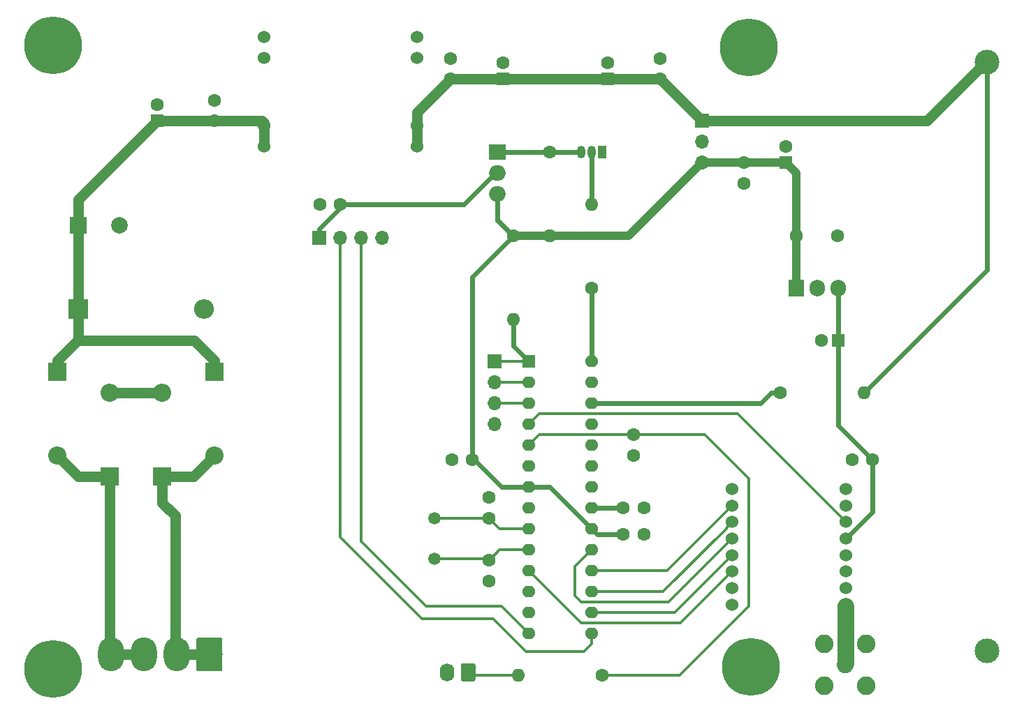
<source format=gbr>
G04 #@! TF.GenerationSoftware,KiCad,Pcbnew,(5.1.2)-1*
G04 #@! TF.CreationDate,2020-02-07T16:14:24+02:00*
G04 #@! TF.ProjectId,PCB,5043422e-6b69-4636-9164-5f7063625858,rev?*
G04 #@! TF.SameCoordinates,Original*
G04 #@! TF.FileFunction,Copper,L1,Top*
G04 #@! TF.FilePolarity,Positive*
%FSLAX46Y46*%
G04 Gerber Fmt 4.6, Leading zero omitted, Abs format (unit mm)*
G04 Created by KiCad (PCBNEW (5.1.2)-1) date 2020-02-07 16:14:24*
%MOMM*%
%LPD*%
G04 APERTURE LIST*
%ADD10C,1.600000*%
%ADD11C,1.524000*%
%ADD12C,0.800000*%
%ADD13C,7.000000*%
%ADD14C,3.000000*%
%ADD15C,0.100000*%
%ADD16C,3.160000*%
%ADD17O,3.160000X4.100000*%
%ADD18R,1.905000X2.000000*%
%ADD19O,1.905000X2.000000*%
%ADD20R,2.000000X2.000000*%
%ADD21C,2.000000*%
%ADD22R,1.600000X1.600000*%
%ADD23R,2.200000X2.200000*%
%ADD24O,2.200000X2.200000*%
%ADD25R,2.400000X2.400000*%
%ADD26O,2.400000X2.400000*%
%ADD27O,1.600000X1.400000*%
%ADD28R,1.700000X1.700000*%
%ADD29O,1.700000X1.700000*%
%ADD30C,2.050000*%
%ADD31C,2.250000*%
%ADD32O,1.600000X1.600000*%
%ADD33C,1.500000*%
%ADD34O,1.050000X1.500000*%
%ADD35R,1.050000X1.500000*%
%ADD36R,2.000000X1.905000*%
%ADD37O,2.000000X1.905000*%
%ADD38C,1.740000*%
%ADD39O,1.740000X2.200000*%
%ADD40C,1.270000*%
%ADD41C,0.600000*%
%ADD42C,1.000000*%
%ADD43C,0.300000*%
%ADD44C,2.000000*%
G04 APERTURE END LIST*
D10*
X148376000Y-72898000D03*
X150876000Y-72898000D03*
D11*
X147674000Y-76454000D03*
X147674000Y-78454000D03*
X147674000Y-80454000D03*
X147674000Y-82454000D03*
X147674000Y-84454000D03*
X147674000Y-86454000D03*
X147674000Y-88454000D03*
X147674000Y-90454000D03*
X133858000Y-90454000D03*
X133858000Y-88454000D03*
X133858000Y-86454000D03*
X133858000Y-84454000D03*
X133858000Y-82454000D03*
X133858000Y-80454000D03*
X133858000Y-78454000D03*
X133858000Y-76454000D03*
D12*
X137746155Y-21003845D03*
X135890000Y-20235000D03*
X134033845Y-21003845D03*
X133265000Y-22860000D03*
X134033845Y-24716155D03*
X135890000Y-25485000D03*
X137746155Y-24716155D03*
X138515000Y-22860000D03*
D13*
X135890000Y-22860000D03*
D12*
X138000155Y-96187845D03*
X136144000Y-95419000D03*
X134287845Y-96187845D03*
X133519000Y-98044000D03*
X134287845Y-99900155D03*
X136144000Y-100669000D03*
X138000155Y-99900155D03*
X138769000Y-98044000D03*
D13*
X136144000Y-98044000D03*
D12*
X53418155Y-20749845D03*
X51562000Y-19981000D03*
X49705845Y-20749845D03*
X48937000Y-22606000D03*
X49705845Y-24462155D03*
X51562000Y-25231000D03*
X53418155Y-24462155D03*
X54187000Y-22606000D03*
D13*
X51562000Y-22606000D03*
D12*
X53418155Y-96441845D03*
X51562000Y-95673000D03*
X49705845Y-96441845D03*
X48937000Y-98298000D03*
X49705845Y-100154155D03*
X51562000Y-100923000D03*
X53418155Y-100154155D03*
X54187000Y-98298000D03*
D13*
X51562000Y-98298000D03*
D14*
X164760000Y-96060000D03*
X164760000Y-24660000D03*
D11*
X95631000Y-34844000D03*
X95631000Y-32304000D03*
X95631000Y-21544000D03*
X95631000Y-24084000D03*
X77131000Y-34844000D03*
X77131000Y-32304000D03*
X77131000Y-24084000D03*
X77131000Y-21544000D03*
D15*
G36*
X71839504Y-94471204D02*
G01*
X71863773Y-94474804D01*
X71887571Y-94480765D01*
X71910671Y-94489030D01*
X71932849Y-94499520D01*
X71953893Y-94512133D01*
X71973598Y-94526747D01*
X71991777Y-94543223D01*
X72008253Y-94561402D01*
X72022867Y-94581107D01*
X72035480Y-94602151D01*
X72045970Y-94624329D01*
X72054235Y-94647429D01*
X72060196Y-94671227D01*
X72063796Y-94695496D01*
X72065000Y-94720000D01*
X72065000Y-98320000D01*
X72063796Y-98344504D01*
X72060196Y-98368773D01*
X72054235Y-98392571D01*
X72045970Y-98415671D01*
X72035480Y-98437849D01*
X72022867Y-98458893D01*
X72008253Y-98478598D01*
X71991777Y-98496777D01*
X71973598Y-98513253D01*
X71953893Y-98527867D01*
X71932849Y-98540480D01*
X71910671Y-98550970D01*
X71887571Y-98559235D01*
X71863773Y-98565196D01*
X71839504Y-98568796D01*
X71815000Y-98570000D01*
X69155000Y-98570000D01*
X69130496Y-98568796D01*
X69106227Y-98565196D01*
X69082429Y-98559235D01*
X69059329Y-98550970D01*
X69037151Y-98540480D01*
X69016107Y-98527867D01*
X68996402Y-98513253D01*
X68978223Y-98496777D01*
X68961747Y-98478598D01*
X68947133Y-98458893D01*
X68934520Y-98437849D01*
X68924030Y-98415671D01*
X68915765Y-98392571D01*
X68909804Y-98368773D01*
X68906204Y-98344504D01*
X68905000Y-98320000D01*
X68905000Y-94720000D01*
X68906204Y-94695496D01*
X68909804Y-94671227D01*
X68915765Y-94647429D01*
X68924030Y-94624329D01*
X68934520Y-94602151D01*
X68947133Y-94581107D01*
X68961747Y-94561402D01*
X68978223Y-94543223D01*
X68996402Y-94526747D01*
X69016107Y-94512133D01*
X69037151Y-94499520D01*
X69059329Y-94489030D01*
X69082429Y-94480765D01*
X69106227Y-94474804D01*
X69130496Y-94471204D01*
X69155000Y-94470000D01*
X71815000Y-94470000D01*
X71839504Y-94471204D01*
X71839504Y-94471204D01*
G37*
D16*
X70485000Y-96520000D03*
D17*
X66525000Y-96520000D03*
X62565000Y-96520000D03*
X58605000Y-96520000D03*
D10*
X121920000Y-69850000D03*
X121920000Y-72350000D03*
D18*
X141605000Y-52070000D03*
D19*
X144145000Y-52070000D03*
X146685000Y-52070000D03*
D10*
X123150000Y-81915000D03*
X120650000Y-81915000D03*
X99862000Y-72898000D03*
X102362000Y-72898000D03*
X104394000Y-79970000D03*
X104394000Y-77470000D03*
X104394000Y-85090000D03*
X104394000Y-87590000D03*
X120650000Y-78740000D03*
X123150000Y-78740000D03*
D20*
X54610000Y-44450000D03*
D21*
X59610000Y-44450000D03*
D22*
X64135000Y-31750000D03*
D10*
X64135000Y-29750000D03*
X71120000Y-31750000D03*
X71120000Y-29250000D03*
X141605000Y-45720000D03*
X146605000Y-45720000D03*
X144685000Y-58420000D03*
D22*
X146685000Y-58420000D03*
D10*
X99695000Y-26670000D03*
X99695000Y-24170000D03*
X106045000Y-24670000D03*
D22*
X106045000Y-26670000D03*
X118745000Y-26670000D03*
D10*
X118745000Y-24670000D03*
X125095000Y-26670000D03*
X125095000Y-24170000D03*
X135255000Y-39330000D03*
X135255000Y-36830000D03*
D22*
X140335000Y-36830000D03*
D10*
X140335000Y-34830000D03*
D23*
X64770000Y-74930000D03*
D24*
X64770000Y-64770000D03*
D23*
X58420000Y-74930000D03*
D24*
X58420000Y-64770000D03*
X71120000Y-72390000D03*
D23*
X71120000Y-62230000D03*
D24*
X52070000Y-72390000D03*
D23*
X52070000Y-62230000D03*
D25*
X54610000Y-54610000D03*
D26*
X69850000Y-54610000D03*
D22*
X109220000Y-60960000D03*
D27*
X116840000Y-93980000D03*
X109220000Y-63500000D03*
X116840000Y-91440000D03*
X109220000Y-66040000D03*
X116840000Y-88900000D03*
X109220000Y-68580000D03*
X116840000Y-86360000D03*
X109220000Y-71120000D03*
X116840000Y-83820000D03*
X109220000Y-73660000D03*
X116840000Y-81280000D03*
X109220000Y-76200000D03*
X116840000Y-78740000D03*
X109220000Y-78740000D03*
X116840000Y-76200000D03*
X109220000Y-81280000D03*
X116840000Y-73660000D03*
X109220000Y-83820000D03*
X116840000Y-71120000D03*
X109220000Y-86360000D03*
X116840000Y-68580000D03*
X109220000Y-88900000D03*
X116840000Y-66040000D03*
X109220000Y-91440000D03*
X116840000Y-63500000D03*
X109220000Y-93980000D03*
X116840000Y-60960000D03*
D28*
X130175000Y-31750000D03*
D29*
X130175000Y-34290000D03*
X130175000Y-36830000D03*
D30*
X147574000Y-97790000D03*
D31*
X145034000Y-100330000D03*
X150114000Y-100330000D03*
X150114000Y-95250000D03*
X145034000Y-95250000D03*
D28*
X83820000Y-45974000D03*
D29*
X86360000Y-45974000D03*
X88900000Y-45974000D03*
X91440000Y-45974000D03*
D10*
X107315000Y-45720000D03*
D32*
X107315000Y-55880000D03*
D33*
X97790000Y-80010000D03*
X97790000Y-84890000D03*
D10*
X118110000Y-99060000D03*
D32*
X107950000Y-99060000D03*
D34*
X116840000Y-35560000D03*
X115570000Y-35560000D03*
D35*
X118110000Y-35560000D03*
D36*
X105410000Y-35560000D03*
D37*
X105410000Y-38100000D03*
X105410000Y-40640000D03*
D32*
X116840000Y-41910000D03*
D10*
X116840000Y-52070000D03*
X111760000Y-35560000D03*
D32*
X111760000Y-45720000D03*
D10*
X86360000Y-41910000D03*
X83860000Y-41910000D03*
X139700000Y-64770000D03*
D32*
X149860000Y-64770000D03*
D15*
G36*
X102498505Y-97580204D02*
G01*
X102522773Y-97583804D01*
X102546572Y-97589765D01*
X102569671Y-97598030D01*
X102591850Y-97608520D01*
X102612893Y-97621132D01*
X102632599Y-97635747D01*
X102650777Y-97652223D01*
X102667253Y-97670401D01*
X102681868Y-97690107D01*
X102694480Y-97711150D01*
X102704970Y-97733329D01*
X102713235Y-97756428D01*
X102719196Y-97780227D01*
X102722796Y-97804495D01*
X102724000Y-97828999D01*
X102724000Y-99529001D01*
X102722796Y-99553505D01*
X102719196Y-99577773D01*
X102713235Y-99601572D01*
X102704970Y-99624671D01*
X102694480Y-99646850D01*
X102681868Y-99667893D01*
X102667253Y-99687599D01*
X102650777Y-99705777D01*
X102632599Y-99722253D01*
X102612893Y-99736868D01*
X102591850Y-99749480D01*
X102569671Y-99759970D01*
X102546572Y-99768235D01*
X102522773Y-99774196D01*
X102498505Y-99777796D01*
X102474001Y-99779000D01*
X101233999Y-99779000D01*
X101209495Y-99777796D01*
X101185227Y-99774196D01*
X101161428Y-99768235D01*
X101138329Y-99759970D01*
X101116150Y-99749480D01*
X101095107Y-99736868D01*
X101075401Y-99722253D01*
X101057223Y-99705777D01*
X101040747Y-99687599D01*
X101026132Y-99667893D01*
X101013520Y-99646850D01*
X101003030Y-99624671D01*
X100994765Y-99601572D01*
X100988804Y-99577773D01*
X100985204Y-99553505D01*
X100984000Y-99529001D01*
X100984000Y-97828999D01*
X100985204Y-97804495D01*
X100988804Y-97780227D01*
X100994765Y-97756428D01*
X101003030Y-97733329D01*
X101013520Y-97711150D01*
X101026132Y-97690107D01*
X101040747Y-97670401D01*
X101057223Y-97652223D01*
X101075401Y-97635747D01*
X101095107Y-97621132D01*
X101116150Y-97608520D01*
X101138329Y-97598030D01*
X101161428Y-97589765D01*
X101185227Y-97583804D01*
X101209495Y-97580204D01*
X101233999Y-97579000D01*
X102474001Y-97579000D01*
X102498505Y-97580204D01*
X102498505Y-97580204D01*
G37*
D38*
X101854000Y-98679000D03*
D39*
X99314000Y-98679000D03*
D28*
X105029000Y-60960000D03*
D29*
X105029000Y-63500000D03*
X105029000Y-66040000D03*
X105029000Y-68580000D03*
D40*
X58420000Y-64770000D02*
X64770000Y-64770000D01*
D41*
X116840000Y-81280000D02*
X114844999Y-79284999D01*
X114844999Y-79284999D02*
X114300000Y-78740000D01*
X111760000Y-76200000D02*
X109220000Y-76200000D01*
X114300000Y-78740000D02*
X111760000Y-76200000D01*
X117475000Y-81915000D02*
X116840000Y-81280000D01*
X120650000Y-81915000D02*
X117475000Y-81915000D01*
X105410000Y-43815000D02*
X105410000Y-40640000D01*
X107315000Y-45720000D02*
X105410000Y-43815000D01*
D42*
X141605000Y-52070000D02*
X141605000Y-38100000D01*
X141605000Y-38100000D02*
X140335000Y-36830000D01*
X121285000Y-45720000D02*
X107315000Y-45720000D01*
X140335000Y-36830000D02*
X130175000Y-36830000D01*
X130175000Y-36830000D02*
X121285000Y-45720000D01*
D41*
X102362000Y-50673000D02*
X107315000Y-45720000D01*
X102362000Y-72644000D02*
X102362000Y-50673000D01*
X109220000Y-76200000D02*
X105918000Y-76200000D01*
X105918000Y-76200000D02*
X102362000Y-72644000D01*
D43*
X104394000Y-80010000D02*
X97790000Y-80010000D01*
X109220000Y-81280000D02*
X105664000Y-81280000D01*
X105664000Y-81280000D02*
X104394000Y-80010000D01*
X104594000Y-84890000D02*
X97790000Y-84890000D01*
X109220000Y-83820000D02*
X105664000Y-83820000D01*
X105664000Y-83820000D02*
X104594000Y-84890000D01*
D41*
X116840000Y-78740000D02*
X119380000Y-78740000D01*
X119380000Y-78740000D02*
X120650000Y-78740000D01*
D40*
X52070000Y-60880000D02*
X52070000Y-62230000D01*
X53260000Y-59690000D02*
X52070000Y-60880000D01*
X54610000Y-58340000D02*
X54610000Y-54610000D01*
X53260000Y-59690000D02*
X54610000Y-58340000D01*
X54530000Y-58420000D02*
X53260000Y-59690000D01*
X68660000Y-58420000D02*
X54530000Y-58420000D01*
X71120000Y-62230000D02*
X71120000Y-60880000D01*
X71120000Y-60880000D02*
X68660000Y-58420000D01*
X64135000Y-31750000D02*
X54610000Y-41275000D01*
X54610000Y-50800000D02*
X54610000Y-54610000D01*
X54610000Y-41275000D02*
X54610000Y-50800000D01*
X76877000Y-31750000D02*
X64135000Y-31750000D01*
X77131000Y-32004000D02*
X76877000Y-31750000D01*
X77131000Y-32004000D02*
X77131000Y-34544000D01*
D41*
X146685000Y-52070000D02*
X146685000Y-67945000D01*
X146685000Y-67945000D02*
X146685000Y-68707000D01*
X146685000Y-68707000D02*
X150876000Y-72898000D01*
X150876000Y-79252000D02*
X147674000Y-82454000D01*
X150876000Y-72898000D02*
X150876000Y-79252000D01*
D40*
X68580000Y-74930000D02*
X71120000Y-72390000D01*
X64770000Y-74930000D02*
X68580000Y-74930000D01*
X70300000Y-96520000D02*
X66340000Y-96520000D01*
X66340000Y-96520000D02*
X66340000Y-79675000D01*
X66340000Y-79675000D02*
X64770000Y-78105000D01*
X64770000Y-78105000D02*
X64770000Y-74930000D01*
X58420000Y-92990000D02*
X58420000Y-74930000D01*
X58420000Y-93980000D02*
X58420000Y-96520000D01*
X58420000Y-92990000D02*
X58420000Y-93980000D01*
X54610000Y-74930000D02*
X52070000Y-72390000D01*
X58420000Y-74930000D02*
X54610000Y-74930000D01*
X58420000Y-96520000D02*
X62380000Y-96520000D01*
D43*
X105918000Y-90678000D02*
X96774000Y-90678000D01*
X109220000Y-93980000D02*
X105918000Y-90678000D01*
X96774000Y-90678000D02*
X88900000Y-82804000D01*
X88900000Y-82804000D02*
X88900000Y-50800000D01*
X88900000Y-50800000D02*
X88900000Y-45974000D01*
X126872000Y-91440000D02*
X133858000Y-84454000D01*
X116840000Y-91440000D02*
X126872000Y-91440000D01*
X86360000Y-82296000D02*
X86360000Y-50800000D01*
X116840000Y-95250000D02*
X115887500Y-96202500D01*
X116840000Y-93980000D02*
X116840000Y-95250000D01*
X115887500Y-96202500D02*
X108902500Y-96202500D01*
X108902500Y-96202500D02*
X104902000Y-92202000D01*
X104902000Y-92202000D02*
X96266000Y-92202000D01*
X96266000Y-92202000D02*
X86360000Y-82296000D01*
X86360000Y-50800000D02*
X86360000Y-45974000D01*
X133134001Y-81177999D02*
X133858000Y-80454000D01*
X133134001Y-81241999D02*
X133134001Y-81177999D01*
X125476000Y-88900000D02*
X133134001Y-81241999D01*
X116840000Y-88900000D02*
X125476000Y-88900000D01*
X109220000Y-68580000D02*
X110490000Y-67310000D01*
X134530000Y-67310000D02*
X147674000Y-80454000D01*
X110490000Y-67310000D02*
X134530000Y-67310000D01*
X125952000Y-86360000D02*
X133858000Y-78454000D01*
X116840000Y-86360000D02*
X125952000Y-86360000D01*
X126142000Y-90170000D02*
X133858000Y-82454000D01*
X115570000Y-90170000D02*
X126142000Y-90170000D01*
X114808000Y-89408000D02*
X115570000Y-90170000D01*
X116840000Y-83820000D02*
X114808000Y-85852000D01*
X114808000Y-85852000D02*
X114808000Y-89408000D01*
X109220000Y-71120000D02*
X110490000Y-69850000D01*
X110490000Y-69850000D02*
X121920000Y-69850000D01*
X120142000Y-99060000D02*
X118110000Y-99060000D01*
X127508000Y-99060000D02*
X120142000Y-99060000D01*
X135890000Y-90678000D02*
X127508000Y-99060000D01*
X135890000Y-75184000D02*
X135890000Y-90678000D01*
X121920000Y-69850000D02*
X130556000Y-69850000D01*
X130556000Y-69850000D02*
X135890000Y-75184000D01*
X127602000Y-92710000D02*
X133858000Y-86454000D01*
X109220000Y-86360000D02*
X115570000Y-92710000D01*
X115570000Y-92710000D02*
X127602000Y-92710000D01*
D41*
X117940000Y-66040000D02*
X116840000Y-66040000D01*
X137298630Y-66040000D02*
X117940000Y-66040000D01*
X139700000Y-64770000D02*
X138568630Y-64770000D01*
X138568630Y-64770000D02*
X137298630Y-66040000D01*
D43*
X147674000Y-98452000D02*
X147574000Y-98552000D01*
D44*
X147674000Y-97690000D02*
X147574000Y-97790000D01*
X147674000Y-90700000D02*
X147674000Y-97690000D01*
D41*
X116840000Y-60960000D02*
X116840000Y-52070000D01*
X101346000Y-41910000D02*
X90805000Y-41910000D01*
X105410000Y-38100000D02*
X105156000Y-38100000D01*
X105156000Y-38100000D02*
X101346000Y-41910000D01*
X83820000Y-44824000D02*
X83820000Y-45974000D01*
X90805000Y-41910000D02*
X86734000Y-41910000D01*
X86734000Y-41910000D02*
X83820000Y-44824000D01*
X116840000Y-41910000D02*
X116840000Y-35560000D01*
X115570000Y-35560000D02*
X105410000Y-35560000D01*
D43*
X101981000Y-98679000D02*
X101600000Y-99060000D01*
X107950000Y-99060000D02*
X107569000Y-98679000D01*
X102235000Y-99060000D02*
X101854000Y-98679000D01*
X107950000Y-99060000D02*
X102235000Y-99060000D01*
X109220000Y-63500000D02*
X105156000Y-63500000D01*
X109220000Y-66040000D02*
X105156000Y-66040000D01*
D40*
X95631000Y-32004000D02*
X95631000Y-34544000D01*
X113030000Y-26670000D02*
X107315000Y-26670000D01*
X125095000Y-26670000D02*
X113030000Y-26670000D01*
X130175000Y-31750000D02*
X125095000Y-26670000D01*
X157480000Y-31750000D02*
X130175000Y-31750000D01*
X164760000Y-24660000D02*
X164570000Y-24660000D01*
X164570000Y-24660000D02*
X157480000Y-31750000D01*
D41*
X164760000Y-49870000D02*
X164760000Y-24660000D01*
X149860000Y-64770000D02*
X164760000Y-49870000D01*
D40*
X107315000Y-26670000D02*
X99695000Y-26670000D01*
X95631000Y-30734000D02*
X99695000Y-26670000D01*
X95631000Y-33528000D02*
X95631000Y-30988000D01*
D41*
X107315000Y-59055000D02*
X109220000Y-60960000D01*
X107315000Y-55880000D02*
X107315000Y-59055000D01*
D43*
X105156000Y-60960000D02*
X109220000Y-60960000D01*
M02*

</source>
